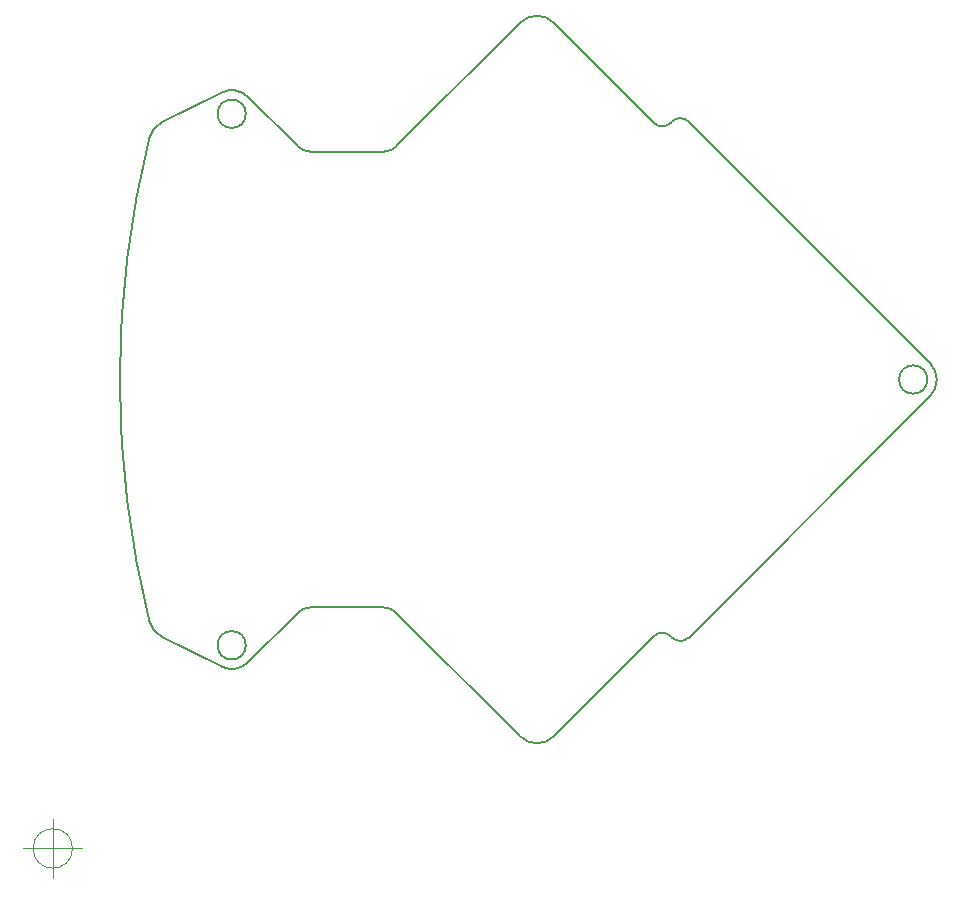
<source format=gm1>
G04 #@! TF.GenerationSoftware,KiCad,Pcbnew,(6.0.11)*
G04 #@! TF.CreationDate,2023-01-31T15:57:48+09:00*
G04 #@! TF.ProjectId,kick-drib-20230121,6b69636b-2d64-4726-9962-2d3230323330,V2.0*
G04 #@! TF.SameCoordinates,PX73bce80PY7ffbac0*
G04 #@! TF.FileFunction,Profile,NP*
%FSLAX46Y46*%
G04 Gerber Fmt 4.6, Leading zero omitted, Abs format (unit mm)*
G04 Created by KiCad (PCBNEW (6.0.11)) date 2023-01-31 15:57:48*
%MOMM*%
%LPD*%
G01*
G04 APERTURE LIST*
G04 #@! TA.AperFunction,Profile*
%ADD10C,0.200000*%
G04 #@! TD*
G04 #@! TA.AperFunction,Profile*
%ADD11C,0.100000*%
G04 #@! TD*
G04 APERTURE END LIST*
D10*
X53826363Y61546646D02*
G75*
G03*
X52412150Y61546646I-707107J-707103D01*
G01*
X52296926Y17972007D02*
G75*
G03*
X50882713Y17972007I-707106J-707103D01*
G01*
X28031685Y59000714D02*
G75*
G03*
X29092345Y59440045I15J1499986D01*
G01*
X52296926Y17972007D02*
X52412150Y17856784D01*
X52412150Y61546646D02*
X52296926Y61431423D01*
X21789044Y20402725D02*
X28031685Y20402725D01*
X29092337Y19963377D02*
G75*
G03*
X28031685Y20402725I-1060637J-1060577D01*
G01*
X42397431Y69916704D02*
G75*
G03*
X39569004Y69916704I-1414213J-1414211D01*
G01*
X8172060Y60168171D02*
G75*
G03*
X8172058Y19235258I82499160J-20466461D01*
G01*
X39569004Y9486726D02*
G75*
G03*
X42397431Y9486726I1414214J1414211D01*
G01*
X8172037Y19235253D02*
G75*
G03*
X9218789Y17927967I1940863J481347D01*
G01*
X29092345Y19963385D02*
X39569004Y9486726D01*
X52412150Y17856784D02*
G75*
G03*
X53826363Y17856784I707106J707103D01*
G01*
X20728384Y59440045D02*
X16554214Y63614214D01*
X14245571Y15414570D02*
G75*
G03*
X16554214Y15789216I894429J1788830D01*
G01*
X74042868Y39701715D02*
G75*
G03*
X74042868Y39701715I-1200000J0D01*
G01*
X9218789Y17927967D02*
X14245574Y15414575D01*
X16554214Y15789216D02*
X20728384Y19963385D01*
X9218772Y61475497D02*
G75*
G03*
X8172058Y60168172I894528J-1788897D01*
G01*
X14245574Y63988855D02*
X9218789Y61475463D01*
X20728380Y59440041D02*
G75*
G03*
X21789044Y59000705I1060820J1061059D01*
G01*
X42397431Y9486726D02*
X50882713Y17972007D01*
X16554226Y63614226D02*
G75*
G03*
X14245574Y63988855I-1414226J-1414326D01*
G01*
X21789044Y20402733D02*
G75*
G03*
X20728384Y19963385I-144J-1499633D01*
G01*
X28031685Y59000705D02*
X21789044Y59000705D01*
X50882713Y61431423D02*
X42397431Y69916704D01*
X16340000Y17203429D02*
G75*
G03*
X16340000Y17203429I-1200000J0D01*
G01*
X16340000Y62200000D02*
G75*
G03*
X16340000Y62200000I-1200000J0D01*
G01*
X74257096Y38287486D02*
G75*
G03*
X74257081Y41115929I-1414296J1414214D01*
G01*
X39569004Y69916704D02*
X29092345Y59440045D01*
X50882713Y61431423D02*
G75*
G03*
X52296926Y61431423I707107J707103D01*
G01*
X74257081Y41115929D02*
X53826363Y61546646D01*
X53826363Y17856784D02*
X74257081Y38287501D01*
D11*
X1666666Y0D02*
G75*
G03*
X1666666Y0I-1666666J0D01*
G01*
X-2500000Y0D02*
X2500000Y0D01*
X0Y2500000D02*
X0Y-2500000D01*
M02*

</source>
